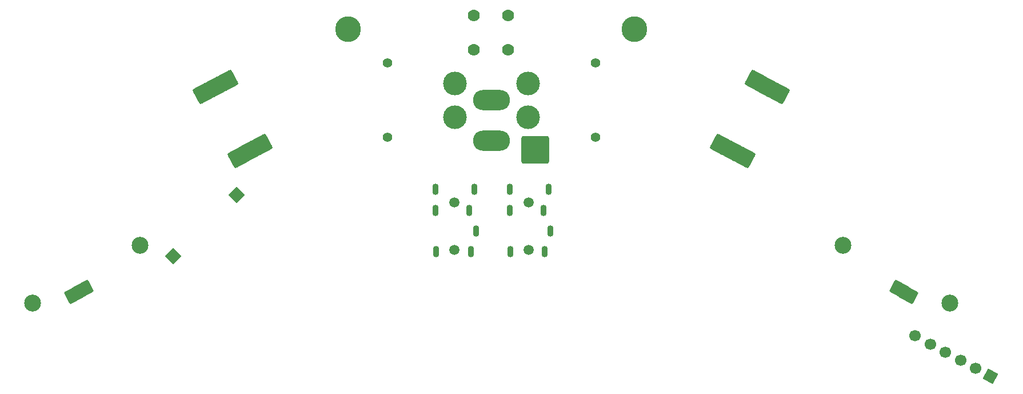
<source format=gbs>
G04 #@! TF.GenerationSoftware,KiCad,Pcbnew,(6.0.0)*
G04 #@! TF.CreationDate,2022-01-13T00:17:18-05:00*
G04 #@! TF.ProjectId,TGD,5447442e-6b69-4636-9164-5f7063625858,rev?*
G04 #@! TF.SameCoordinates,Original*
G04 #@! TF.FileFunction,Soldermask,Bot*
G04 #@! TF.FilePolarity,Negative*
%FSLAX46Y46*%
G04 Gerber Fmt 4.6, Leading zero omitted, Abs format (unit mm)*
G04 Created by KiCad (PCBNEW (6.0.0)) date 2022-01-13 00:17:18*
%MOMM*%
%LPD*%
G01*
G04 APERTURE LIST*
G04 Aperture macros list*
%AMRoundRect*
0 Rectangle with rounded corners*
0 $1 Rounding radius*
0 $2 $3 $4 $5 $6 $7 $8 $9 X,Y pos of 4 corners*
0 Add a 4 corners polygon primitive as box body*
4,1,4,$2,$3,$4,$5,$6,$7,$8,$9,$2,$3,0*
0 Add four circle primitives for the rounded corners*
1,1,$1+$1,$2,$3*
1,1,$1+$1,$4,$5*
1,1,$1+$1,$6,$7*
1,1,$1+$1,$8,$9*
0 Add four rect primitives between the rounded corners*
20,1,$1+$1,$2,$3,$4,$5,0*
20,1,$1+$1,$4,$5,$6,$7,0*
20,1,$1+$1,$6,$7,$8,$9,0*
20,1,$1+$1,$8,$9,$2,$3,0*%
%AMHorizOval*
0 Thick line with rounded ends*
0 $1 width*
0 $2 $3 position (X,Y) of the first rounded end (center of the circle)*
0 $4 $5 position (X,Y) of the second rounded end (center of the circle)*
0 Add line between two ends*
20,1,$1,$2,$3,$4,$5,0*
0 Add two circle primitives to create the rounded ends*
1,1,$1,$2,$3*
1,1,$1,$4,$5*%
%AMRotRect*
0 Rectangle, with rotation*
0 The origin of the aperture is its center*
0 $1 length*
0 $2 width*
0 $3 Rotation angle, in degrees counterclockwise*
0 Add horizontal line*
21,1,$1,$2,0,0,$3*%
G04 Aperture macros list end*
%ADD10RoundRect,1.500000X-1.250000X0.000000X-1.250000X0.000000X1.250000X0.000000X1.250000X0.000000X0*%
%ADD11C,1.400000*%
%ADD12C,3.500000*%
%ADD13C,1.778000*%
%ADD14C,3.800000*%
%ADD15RoundRect,0.200000X1.303591X-0.207727X0.546280X1.201698X-1.303591X0.207727X-0.546280X-1.201698X0*%
%ADD16RoundRect,0.200000X-1.303591X0.207727X-0.546280X-1.201698X1.303591X-0.207727X0.546280X1.201698X0*%
%ADD17C,2.500000*%
%ADD18RoundRect,0.250000X1.354210X-0.407571X0.407571X1.354210X-1.354210X0.407571X-0.407571X-1.354210X0*%
%ADD19RoundRect,0.250000X0.407571X1.354210X-1.354210X0.407571X-0.407571X-1.354210X1.354210X-0.407571X0*%
%ADD20RoundRect,0.250000X-0.407571X-1.354210X1.354210X-0.407571X0.407571X1.354210X-1.354210X0.407571X0*%
%ADD21RoundRect,0.250000X-1.354210X0.407571X-0.407571X-1.354210X1.354210X-0.407571X0.407571X1.354210X0*%
%ADD22RoundRect,0.200000X0.546280X-1.201698X1.303591X0.207727X-0.546280X1.201698X-1.303591X-0.207727X0*%
%ADD23RoundRect,0.200000X-0.546280X1.201698X-1.303591X-0.207727X0.546280X-1.201698X1.303591X0.207727X0*%
%ADD24RotRect,1.700000X1.700000X241.750000*%
%ADD25HorizOval,1.700000X0.000000X0.000000X0.000000X0.000000X0*%
%ADD26RotRect,1.700000X1.700000X45.000000*%
%ADD27RoundRect,0.250000X1.000000X1.000000X-1.000000X1.000000X-1.000000X-1.000000X1.000000X-1.000000X0*%
%ADD28RoundRect,0.250000X-1.000000X-1.000000X1.000000X-1.000000X1.000000X1.000000X-1.000000X1.000000X0*%
%ADD29RoundRect,0.250000X-1.000000X1.000000X-1.000000X-1.000000X1.000000X-1.000000X1.000000X1.000000X0*%
%ADD30RoundRect,0.250000X1.000000X-1.000000X1.000000X1.000000X-1.000000X1.000000X-1.000000X-1.000000X0*%
%ADD31RoundRect,0.250000X-1.354210X-0.407571X0.407571X-1.354210X1.354210X0.407571X-0.407571X1.354210X0*%
%ADD32RoundRect,0.250000X-0.407571X1.354210X-1.354210X-0.407571X0.407571X-1.354210X1.354210X0.407571X0*%
%ADD33RoundRect,0.250000X0.407571X-1.354210X1.354210X0.407571X-0.407571X1.354210X-1.354210X-0.407571X0*%
%ADD34RoundRect,0.250000X1.354210X0.407571X-0.407571X1.354210X-1.354210X-0.407571X0.407571X-1.354210X0*%
%ADD35C,1.500000*%
%ADD36O,0.900000X1.700000*%
G04 APERTURE END LIST*
D10*
X0Y-14150000D03*
X0Y-20150000D03*
D11*
X-15400000Y-19650000D03*
X-15400000Y-8650000D03*
D12*
X-5400000Y-11650000D03*
X-5400000Y-16650000D03*
D13*
X2514000Y-1578000D03*
X-2566000Y-1578000D03*
X-2566000Y-6658000D03*
X2514000Y-6658000D03*
D11*
X15400000Y-19650000D03*
X15400000Y-8650000D03*
D12*
X5400000Y-16650000D03*
X5400000Y-11650000D03*
D14*
X21200000Y-3600000D03*
X-21200000Y-3600000D03*
D15*
X-61779777Y-42881670D03*
D16*
X-60430253Y-42156544D03*
D17*
X-67934333Y-44182432D03*
X-52078300Y-35662678D03*
D18*
X-42630499Y-13103887D03*
D19*
X-39106936Y-11210608D03*
X-40868717Y-12157248D03*
D20*
X-37518646Y-22617507D03*
D21*
X-35756865Y-21670868D03*
X-33995083Y-20724228D03*
D22*
X60430253Y-42156544D03*
D23*
X61779777Y-42881670D03*
D24*
X73970521Y-55052097D03*
D25*
X71733059Y-53849865D03*
X69495596Y-52647633D03*
X67258134Y-51445401D03*
X65020671Y-50243169D03*
X62783209Y-49040937D03*
D26*
X-47100000Y-37200000D03*
X-37750000Y-28200000D03*
D27*
X7266000Y-22266000D03*
D28*
X5734000Y-20734000D03*
D29*
X7266000Y-20734000D03*
D30*
X5734000Y-22266000D03*
D17*
X67934333Y-44182432D03*
X52078300Y-35662678D03*
D31*
X35756865Y-21670868D03*
D32*
X37518646Y-22617507D03*
D31*
X33995083Y-20724228D03*
D33*
X39106936Y-11210608D03*
D34*
X42630499Y-13103887D03*
D33*
X40868717Y-12157248D03*
D35*
X5500000Y-36300000D03*
X5500000Y-29300000D03*
D36*
X2800000Y-36600000D03*
X7930000Y-36600000D03*
X2760000Y-27300000D03*
X8460000Y-27300000D03*
X7710000Y-30500000D03*
X2760000Y-30500000D03*
X8750000Y-33550000D03*
D35*
X-5500000Y-29300000D03*
X-5500000Y-36300000D03*
D36*
X-8200000Y-36600000D03*
X-3070000Y-36600000D03*
X-8240000Y-27300000D03*
X-2540000Y-27300000D03*
X-3290000Y-30500000D03*
X-8240000Y-30500000D03*
X-2250000Y-33550000D03*
M02*

</source>
